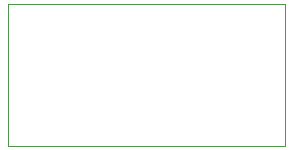
<source format=gbr>
%TF.GenerationSoftware,KiCad,Pcbnew,5.1.9-73d0e3b20d~88~ubuntu20.04.1*%
%TF.CreationDate,2021-04-02T21:11:18-07:00*%
%TF.ProjectId,ld06_adapter,6c643036-5f61-4646-9170-7465722e6b69,A*%
%TF.SameCoordinates,Original*%
%TF.FileFunction,Profile,NP*%
%FSLAX46Y46*%
G04 Gerber Fmt 4.6, Leading zero omitted, Abs format (unit mm)*
G04 Created by KiCad (PCBNEW 5.1.9-73d0e3b20d~88~ubuntu20.04.1) date 2021-04-02 21:11:18*
%MOMM*%
%LPD*%
G01*
G04 APERTURE LIST*
%TA.AperFunction,Profile*%
%ADD10C,0.100000*%
%TD*%
G04 APERTURE END LIST*
D10*
X110000000Y-94000000D02*
X110000000Y-106000000D01*
X86500000Y-94000000D02*
X110000000Y-94000000D01*
X86500000Y-106000000D02*
X86500000Y-94000000D01*
X86500000Y-106000000D02*
X110000000Y-106000000D01*
M02*

</source>
